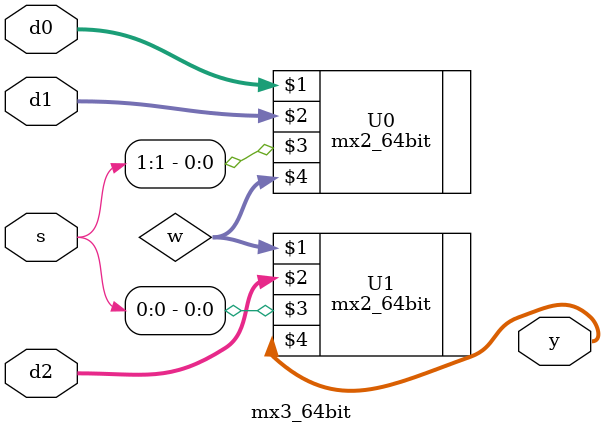
<source format=v>
module mx3_64bit(d0, d1, d2, s, y); //64bits 3-to-1 mux module
	input [63:0] d0, d1, d2;
	input [1:0] s;							//input define
	
	output [63:0] y;						//output define
	
	wire [63:0] w;							//wire define
	
	mx2_64bit U0(d0, d1, s[1], w);
	mx2_64bit U1(w, d2, s[0], y);		//instance mx2_64bit

endmodule

</source>
